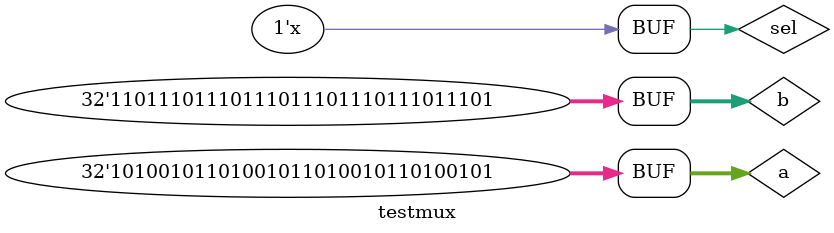
<source format=v>
`timescale 1ns / 1ps


module testmux;

	// Inputs
	reg [31:0] a;
	reg [31:0] b;
	reg sel;

	// Outputs
	wire [31:0] y;

	// Instantiate the Unit Under Test (UUT)
	mux uut (
		.a(a), 
		.b(b), 
		.sel(sel), 
		.y(y)
	);

	initial begin
        a = 32'hAAAAAAAA;
        b = 32'h55555555;
        sel = 1'b1;
        #10;
        a = 32'h00000000;
        #10
        sel = 1'b1;
        #10;
        b = 32'hFFFFFFFF;
        #5;
        a = 32'hA5A5A5A5;
        #5;
        sel = 1'b0;
        b = 32'hDDDDDDDD;
        #5;
        sel = 1'bx;
    end
    
    always @(a or b or sel)
        $display("At t= %0d sel = %b a = %h b = %h Y = %h", $time, sel, a, b, y );
endmodule


</source>
